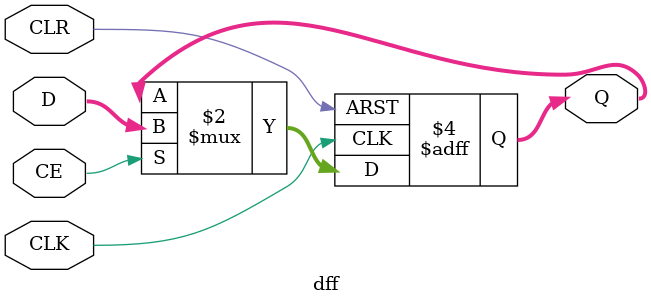
<source format=v>

module dff(D, CLR, CE, CLK, Q);
    input [3:0] D;
    input CLR, CE, CLK;
    output reg [3:0] Q;
    
    always@(posedge CLK or posedge CLR)
    begin
        if (CLR)
            Q <= 0;
        else if (CE)
            Q <= D;
    end
endmodule

</source>
